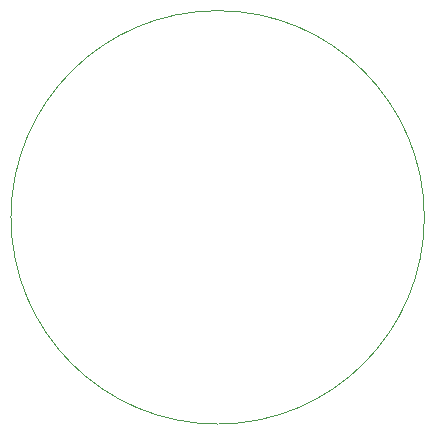
<source format=gbr>
%TF.GenerationSoftware,KiCad,Pcbnew,8.0.6*%
%TF.CreationDate,2024-12-07T20:30:09+01:00*%
%TF.ProjectId,circular PCB,63697263-756c-4617-9220-5043422e6b69,rev?*%
%TF.SameCoordinates,Original*%
%TF.FileFunction,Profile,NP*%
%FSLAX46Y46*%
G04 Gerber Fmt 4.6, Leading zero omitted, Abs format (unit mm)*
G04 Created by KiCad (PCBNEW 8.0.6) date 2024-12-07 20:30:09*
%MOMM*%
%LPD*%
G01*
G04 APERTURE LIST*
%TA.AperFunction,Profile*%
%ADD10C,0.100000*%
%TD*%
G04 APERTURE END LIST*
D10*
X209440000Y-67600000D02*
G75*
G02*
X174440000Y-67600000I-17500000J0D01*
G01*
X174440000Y-67600000D02*
G75*
G02*
X209440000Y-67600000I17500000J0D01*
G01*
M02*

</source>
